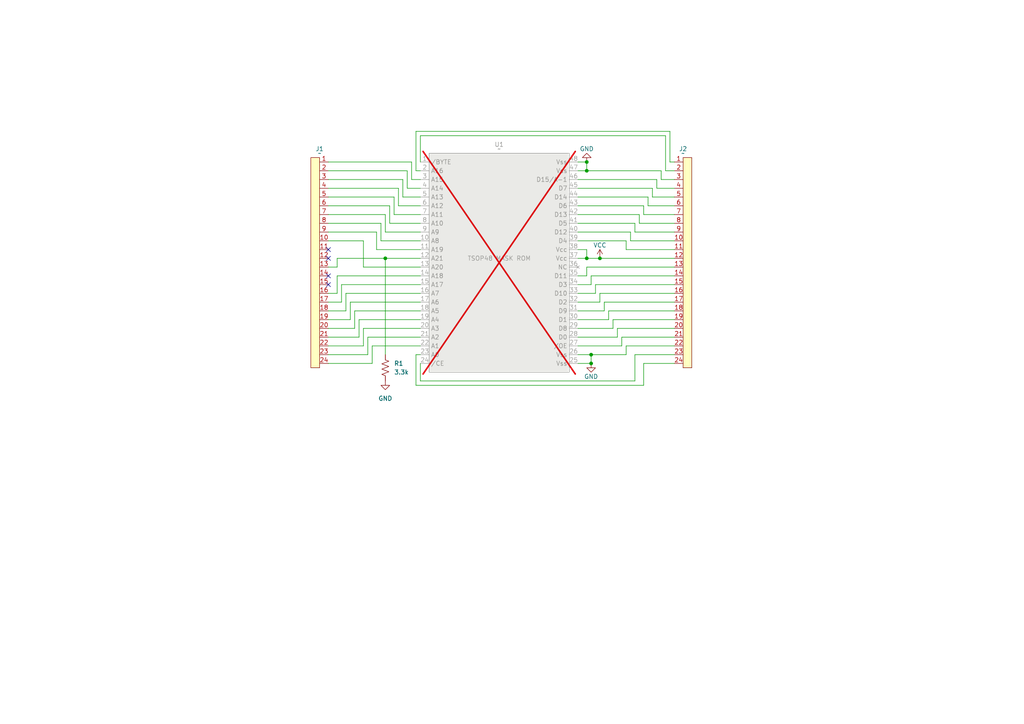
<source format=kicad_sch>
(kicad_sch (version 20230121) (generator eeschema)
  (paper "A4")
  (lib_symbols
    (symbol "Device:R_US" (pin_numbers hide) (pin_names (offset 0))
      (property "Reference" "R" (at 2.54 0 90))
      (property "Value" "R_US" (at -2.54 0 90))
      (symbol "R_US_0_1"
        (polyline (pts (xy 0 -2.286) (xy 0 -2.54)))
        (polyline (pts (xy 0 2.286) (xy 0 2.54)))
        (polyline (pts (xy 0 -0.762) (xy 1.016 -1.143) (xy 0 -1.524) (xy -1.016 -1.905) (xy 0 -2.286)))
        (polyline (pts (xy 0 0.762) (xy 1.016 0.381) (xy 0 0) (xy -1.016 -0.381) (xy 0 -0.762)))
        (polyline (pts (xy 0 2.286) (xy 1.016 1.905) (xy 0 1.524) (xy -1.016 1.143) (xy 0 0.762)))
      )
      (symbol "R_US_1_1"
        (pin passive line (at 0 3.81 270) (length 1.27) (name "~") (number "1"))
        (pin passive line (at 0 -3.81 90) (length 1.27) (name "~") (number "2"))
      )
    )
    (symbol "connector_1"
      (property "Reference" "J" (at 0 0 0))
      (symbol "connector_1_1_1"
        (rectangle (start 0 -1.27) (end 2.54 -62.23) (fill (type background)))
        (pin unspecified line (at -2.54 -2.54 0) (length 2.54) (name "") (number "1"))
        (pin unspecified line (at -2.54 -25.4 0) (length 2.54) (name "") (number "10"))
        (pin unspecified line (at -2.54 -27.94 0) (length 2.54) (name "") (number "11"))
        (pin unspecified line (at -2.54 -30.48 0) (length 2.54) (name "") (number "12"))
        (pin unspecified line (at -2.54 -33.02 0) (length 2.54) (name "") (number "13"))
        (pin unspecified line (at -2.54 -35.56 0) (length 2.54) (name "") (number "14"))
        (pin unspecified line (at -2.54 -38.1 0) (length 2.54) (name "") (number "15"))
        (pin unspecified line (at -2.54 -40.64 0) (length 2.54) (name "") (number "16"))
        (pin unspecified line (at -2.54 -43.18 0) (length 2.54) (name "") (number "17"))
        (pin unspecified line (at -2.54 -45.72 0) (length 2.54) (name "") (number "18"))
        (pin unspecified line (at -2.54 -48.26 0) (length 2.54) (name "") (number "19"))
        (pin unspecified line (at -2.54 -5.08 0) (length 2.54) (name "") (number "2"))
        (pin unspecified line (at -2.54 -50.8 0) (length 2.54) (name "") (number "20"))
        (pin unspecified line (at -2.54 -53.34 0) (length 2.54) (name "") (number "21"))
        (pin unspecified line (at -2.54 -55.88 0) (length 2.54) (name "") (number "22"))
        (pin unspecified line (at -2.54 -58.42 0) (length 2.54) (name "") (number "23"))
        (pin unspecified line (at -2.54 -60.96 0) (length 2.54) (name "") (number "24"))
        (pin unspecified line (at -2.54 -7.62 0) (length 2.54) (name "") (number "3"))
        (pin unspecified line (at -2.54 -10.16 0) (length 2.54) (name "") (number "4"))
        (pin unspecified line (at -2.54 -12.7 0) (length 2.54) (name "") (number "5"))
        (pin unspecified line (at -2.54 -15.24 0) (length 2.54) (name "") (number "6"))
        (pin unspecified line (at -2.54 -17.78 0) (length 2.54) (name "") (number "7"))
        (pin unspecified line (at -2.54 -20.32 0) (length 2.54) (name "") (number "8"))
        (pin unspecified line (at -2.54 -22.86 0) (length 2.54) (name "") (number "9"))
      )
    )
    (symbol "power:GND" (power) (pin_names (offset 0))
      (property "Value" "GND" (at 0 -3.81 0))
      (symbol "GND_0_1"
        (polyline (pts (xy 0 0) (xy 0 -1.27) (xy 1.27 -1.27) (xy 0 -2.54) (xy -1.27 -1.27) (xy 0 -1.27)))
      )
      (symbol "GND_1_1"
        (pin power_in line (at 0 0 270) (length 0) hide (name "GND") (number "1"))
      )
    )
    (symbol "power:VCC" (power) (pin_names (offset 0))
      (property "Value" "VCC" (at 0 3.81 0))
      (symbol "VCC_0_1"
        (polyline (pts (xy -0.762 1.27) (xy 0 2.54)))
        (polyline (pts (xy 0 0) (xy 0 2.54)))
        (polyline (pts (xy 0 2.54) (xy 0.762 1.27)))
      )
      (symbol "VCC_1_1"
        (pin power_in line (at 0 0 90) (length 0) hide (name "VCC") (number "1"))
      )
    )
    (symbol "tl866-tsop-mrom:connector"
      (property "Reference" "J" (at 0 0 0))
      (symbol "connector_1_1"
        (rectangle (start 0 -1.27) (end 2.54 -62.23) (fill (type background)))
        (pin unspecified line (at -2.54 -2.54 0) (length 2.54) (name "") (number "1"))
        (pin unspecified line (at -2.54 -25.4 0) (length 2.54) (name "") (number "10"))
        (pin unspecified line (at -2.54 -27.94 0) (length 2.54) (name "") (number "11"))
        (pin unspecified line (at -2.54 -30.48 0) (length 2.54) (name "") (number "12"))
        (pin unspecified line (at -2.54 -33.02 0) (length 2.54) (name "") (number "13"))
        (pin unspecified line (at -2.54 -35.56 0) (length 2.54) (name "") (number "14"))
        (pin unspecified line (at -2.54 -38.1 0) (length 2.54) (name "") (number "15"))
        (pin unspecified line (at -2.54 -40.64 0) (length 2.54) (name "") (number "16"))
        (pin unspecified line (at -2.54 -43.18 0) (length 2.54) (name "") (number "17"))
        (pin unspecified line (at -2.54 -45.72 0) (length 2.54) (name "") (number "18"))
        (pin unspecified line (at -2.54 -48.26 0) (length 2.54) (name "") (number "19"))
        (pin unspecified line (at -2.54 -5.08 0) (length 2.54) (name "") (number "2"))
        (pin unspecified line (at -2.54 -50.8 0) (length 2.54) (name "") (number "20"))
        (pin unspecified line (at -2.54 -53.34 0) (length 2.54) (name "") (number "21"))
        (pin unspecified line (at -2.54 -55.88 0) (length 2.54) (name "") (number "22"))
        (pin unspecified line (at -2.54 -58.42 0) (length 2.54) (name "") (number "23"))
        (pin unspecified line (at -2.54 -60.96 0) (length 2.54) (name "") (number "24"))
        (pin unspecified line (at -2.54 -7.62 0) (length 2.54) (name "") (number "3"))
        (pin unspecified line (at -2.54 -10.16 0) (length 2.54) (name "") (number "4"))
        (pin unspecified line (at -2.54 -12.7 0) (length 2.54) (name "") (number "5"))
        (pin unspecified line (at -2.54 -15.24 0) (length 2.54) (name "") (number "6"))
        (pin unspecified line (at -2.54 -17.78 0) (length 2.54) (name "") (number "7"))
        (pin unspecified line (at -2.54 -20.32 0) (length 2.54) (name "") (number "8"))
        (pin unspecified line (at -2.54 -22.86 0) (length 2.54) (name "") (number "9"))
      )
    )
    (symbol "tl866-tsop-mrom:tsop48_maskrom"
      (property "Reference" "U" (at 0 0 0))
      (symbol "tsop48_maskrom_1_1"
        (rectangle (start -20.32 -1.27) (end 20.32 -64.77) (fill (type background)))
        (text "TSOP48 MASK ROM" (at 0 -31.75 0) (effects (font (size 1.27 1.27))))
        (pin input line (at -22.86 -3.81 0) (length 2.54) (name "/BYTE") (number "1"))
        (pin input line (at -22.86 -26.67 0) (length 2.54) (name "A8") (number "10"))
        (pin input line (at -22.86 -29.21 0) (length 2.54) (name "A19") (number "11"))
        (pin input line (at -22.86 -31.75 0) (length 2.54) (name "A21") (number "12"))
        (pin input line (at -22.86 -34.29 0) (length 2.54) (name "A20") (number "13"))
        (pin input line (at -22.86 -36.83 0) (length 2.54) (name "A18") (number "14"))
        (pin input line (at -22.86 -39.37 0) (length 2.54) (name "A17") (number "15"))
        (pin input line (at -22.86 -41.91 0) (length 2.54) (name "A7") (number "16"))
        (pin input line (at -22.86 -44.45 0) (length 2.54) (name "A6") (number "17"))
        (pin input line (at -22.86 -46.99 0) (length 2.54) (name "A5") (number "18"))
        (pin input line (at -22.86 -49.53 0) (length 2.54) (name "A4") (number "19"))
        (pin input line (at -22.86 -6.35 0) (length 2.54) (name "A16") (number "2"))
        (pin input line (at -22.86 -52.07 0) (length 2.54) (name "A3") (number "20"))
        (pin input line (at -22.86 -54.61 0) (length 2.54) (name "A2") (number "21"))
        (pin input line (at -22.86 -57.15 0) (length 2.54) (name "A1") (number "22"))
        (pin input line (at -22.86 -59.69 0) (length 2.54) (name "A0") (number "23"))
        (pin input line (at -22.86 -62.23 0) (length 2.54) (name "/CE") (number "24"))
        (pin power_in line (at 22.86 -62.23 180) (length 2.54) (name "Vss") (number "25"))
        (pin power_in line (at 22.86 -59.69 180) (length 2.54) (name "Vss") (number "26"))
        (pin input line (at 22.86 -57.15 180) (length 2.54) (name "/OE") (number "27"))
        (pin tri_state line (at 22.86 -54.61 180) (length 2.54) (name "D0") (number "28"))
        (pin tri_state line (at 22.86 -52.07 180) (length 2.54) (name "D8") (number "29"))
        (pin input line (at -22.86 -8.89 0) (length 2.54) (name "A15") (number "3"))
        (pin tri_state line (at 22.86 -49.53 180) (length 2.54) (name "D1") (number "30"))
        (pin tri_state line (at 22.86 -46.99 180) (length 2.54) (name "D9") (number "31"))
        (pin tri_state line (at 22.86 -44.45 180) (length 2.54) (name "D2") (number "32"))
        (pin tri_state line (at 22.86 -41.91 180) (length 2.54) (name "D10") (number "33"))
        (pin tri_state line (at 22.86 -39.37 180) (length 2.54) (name "D3") (number "34"))
        (pin tri_state line (at 22.86 -36.83 180) (length 2.54) (name "D11") (number "35"))
        (pin no_connect line (at 22.86 -34.29 180) (length 2.54) (name "NC") (number "36"))
        (pin power_in line (at 22.86 -31.75 180) (length 2.54) (name "Vcc") (number "37"))
        (pin power_in line (at 22.86 -29.21 180) (length 2.54) (name "Vcc") (number "38"))
        (pin tri_state line (at 22.86 -26.67 180) (length 2.54) (name "D4") (number "39"))
        (pin input line (at -22.86 -11.43 0) (length 2.54) (name "A14") (number "4"))
        (pin tri_state line (at 22.86 -24.13 180) (length 2.54) (name "D12") (number "40"))
        (pin tri_state line (at 22.86 -21.59 180) (length 2.54) (name "D5") (number "41"))
        (pin tri_state line (at 22.86 -19.05 180) (length 2.54) (name "D13") (number "42"))
        (pin tri_state line (at 22.86 -16.51 180) (length 2.54) (name "D6") (number "43"))
        (pin tri_state line (at 22.86 -13.97 180) (length 2.54) (name "D14") (number "44"))
        (pin tri_state line (at 22.86 -11.43 180) (length 2.54) (name "D7") (number "45"))
        (pin tri_state line (at 22.86 -8.89 180) (length 2.54) (name "D15/A-1") (number "46"))
        (pin power_in line (at 22.86 -6.35 180) (length 2.54) (name "Vss") (number "47"))
        (pin power_in line (at 22.86 -3.81 180) (length 2.54) (name "Vss") (number "48"))
        (pin input line (at -22.86 -13.97 0) (length 2.54) (name "A13") (number "5"))
        (pin input line (at -22.86 -16.51 0) (length 2.54) (name "A12") (number "6"))
        (pin input line (at -22.86 -19.05 0) (length 2.54) (name "A11") (number "7"))
        (pin input line (at -22.86 -21.59 0) (length 2.54) (name "A10") (number "8"))
        (pin input line (at -22.86 -24.13 0) (length 2.54) (name "A9") (number "9"))
      )
    )
  )
  (junction (at 171.45 102.87))
  (junction (at 170.18 46.99))
  (junction (at 170.18 74.93))
  (junction (at 111.76 74.93))
  (junction (at 170.18 49.53))
  (junction (at 173.99 74.93))
  (junction (at 171.45 105.41))
  (no_connect (at 95.25 72.39))
  (no_connect (at 95.25 74.93))
  (no_connect (at 95.25 82.55))
  (no_connect (at 95.25 80.01))
  (wire (pts (xy 186.69 59.69) (xy 186.69 62.23)))
  (wire (pts (xy 114.3 62.23) (xy 114.3 57.15)))
  (wire (pts (xy 121.92 62.23) (xy 114.3 62.23)))
  (wire (pts (xy 121.92 77.47) (xy 105.41 77.47)))
  (wire (pts (xy 176.53 92.71) (xy 167.64 92.71)))
  (wire (pts (xy 105.41 69.85) (xy 95.25 69.85)))
  (wire (pts (xy 102.87 90.17) (xy 102.87 95.25)))
  (wire (pts (xy 95.25 102.87) (xy 106.68 102.87)))
  (wire (pts (xy 120.65 38.1) (xy 194.31 38.1)))
  (wire (pts (xy 170.18 77.47) (xy 195.58 77.47)))
  (wire (pts (xy 177.8 92.71) (xy 177.8 95.25)))
  (wire (pts (xy 116.84 57.15) (xy 116.84 52.07)))
  (wire (pts (xy 175.26 87.63) (xy 175.26 90.17)))
  (wire (pts (xy 195.58 82.55) (xy 172.72 82.55)))
  (wire (pts (xy 184.15 67.31) (xy 195.58 67.31)))
  (wire (pts (xy 111.76 67.31) (xy 111.76 62.23)))
  (wire (pts (xy 121.92 59.69) (xy 115.57 59.69)))
  (wire (pts (xy 170.18 49.53) (xy 170.18 46.99)))
  (wire (pts (xy 185.42 64.77) (xy 195.58 64.77)))
  (wire (pts (xy 167.64 72.39) (xy 170.18 72.39)))
  (wire (pts (xy 195.58 97.79) (xy 180.34 97.79)))
  (wire (pts (xy 167.64 67.31) (xy 182.88 67.31)))
  (wire (pts (xy 111.76 62.23) (xy 95.25 62.23)))
  (wire (pts (xy 95.25 92.71) (xy 101.6 92.71)))
  (wire (pts (xy 97.79 80.01) (xy 97.79 85.09)))
  (wire (pts (xy 170.18 74.93) (xy 170.18 72.39)))
  (wire (pts (xy 187.96 57.15) (xy 187.96 59.69)))
  (wire (pts (xy 121.92 100.33) (xy 107.95 100.33)))
  (wire (pts (xy 121.92 85.09) (xy 100.33 85.09)))
  (wire (pts (xy 121.92 69.85) (xy 110.49 69.85)))
  (wire (pts (xy 121.92 49.53) (xy 120.65 49.53)))
  (wire (pts (xy 121.92 97.79) (xy 106.68 97.79)))
  (wire (pts (xy 121.92 105.41) (xy 121.92 110.49)))
  (wire (pts (xy 95.25 87.63) (xy 99.06 87.63)))
  (wire (pts (xy 194.31 46.99) (xy 195.58 46.99)))
  (wire (pts (xy 95.25 54.61) (xy 115.57 54.61)))
  (wire (pts (xy 167.64 62.23) (xy 185.42 62.23)))
  (wire (pts (xy 173.99 74.93) (xy 170.18 74.93)))
  (wire (pts (xy 167.64 52.07) (xy 190.5 52.07)))
  (wire (pts (xy 114.3 57.15) (xy 95.25 57.15)))
  (wire (pts (xy 189.23 57.15) (xy 195.58 57.15)))
  (wire (pts (xy 195.58 100.33) (xy 181.61 100.33)))
  (wire (pts (xy 171.45 82.55) (xy 167.64 82.55)))
  (wire (pts (xy 171.45 102.87) (xy 171.45 105.41)))
  (wire (pts (xy 167.64 64.77) (xy 184.15 64.77)))
  (wire (pts (xy 184.15 102.87) (xy 195.58 102.87)))
  (wire (pts (xy 167.64 69.85) (xy 181.61 69.85)))
  (wire (pts (xy 113.03 59.69) (xy 95.25 59.69)))
  (wire (pts (xy 181.61 102.87) (xy 171.45 102.87)))
  (wire (pts (xy 118.11 49.53) (xy 95.25 49.53)))
  (wire (pts (xy 121.92 64.77) (xy 113.03 64.77)))
  (wire (pts (xy 110.49 69.85) (xy 110.49 64.77)))
  (wire (pts (xy 171.45 102.87) (xy 167.64 102.87)))
  (wire (pts (xy 109.22 67.31) (xy 95.25 67.31)))
  (wire (pts (xy 121.92 54.61) (xy 118.11 54.61)))
  (wire (pts (xy 121.92 67.31) (xy 111.76 67.31)))
  (wire (pts (xy 167.64 57.15) (xy 187.96 57.15)))
  (wire (pts (xy 170.18 80.01) (xy 170.18 77.47)))
  (wire (pts (xy 184.15 110.49) (xy 184.15 102.87)))
  (wire (pts (xy 187.96 59.69) (xy 195.58 59.69)))
  (wire (pts (xy 167.64 80.01) (xy 170.18 80.01)))
  (wire (pts (xy 172.72 85.09) (xy 167.64 85.09)))
  (wire (pts (xy 179.07 97.79) (xy 167.64 97.79)))
  (wire (pts (xy 195.58 87.63) (xy 175.26 87.63)))
  (wire (pts (xy 172.72 82.55) (xy 172.72 85.09)))
  (wire (pts (xy 121.92 90.17) (xy 102.87 90.17)))
  (wire (pts (xy 120.65 102.87) (xy 120.65 111.76)))
  (wire (pts (xy 121.92 74.93) (xy 111.76 74.93)))
  (wire (pts (xy 167.64 54.61) (xy 189.23 54.61)))
  (wire (pts (xy 193.04 39.37) (xy 193.04 49.53)))
  (wire (pts (xy 109.22 72.39) (xy 109.22 67.31)))
  (wire (pts (xy 121.92 57.15) (xy 116.84 57.15)))
  (wire (pts (xy 190.5 54.61) (xy 195.58 54.61)))
  (wire (pts (xy 179.07 95.25) (xy 179.07 97.79)))
  (wire (pts (xy 193.04 49.53) (xy 195.58 49.53)))
  (wire (pts (xy 186.69 105.41) (xy 195.58 105.41)))
  (wire (pts (xy 104.14 92.71) (xy 104.14 97.79)))
  (wire (pts (xy 121.92 102.87) (xy 120.65 102.87)))
  (wire (pts (xy 195.58 85.09) (xy 173.99 85.09)))
  (wire (pts (xy 195.58 74.93) (xy 173.99 74.93)))
  (wire (pts (xy 121.92 72.39) (xy 109.22 72.39)))
  (wire (pts (xy 120.65 111.76) (xy 186.69 111.76)))
  (wire (pts (xy 99.06 82.55) (xy 99.06 87.63)))
  (wire (pts (xy 184.15 64.77) (xy 184.15 67.31)))
  (wire (pts (xy 111.76 74.93) (xy 97.79 74.93)))
  (wire (pts (xy 191.77 52.07) (xy 191.77 49.53)))
  (wire (pts (xy 95.25 85.09) (xy 97.79 85.09)))
  (wire (pts (xy 97.79 74.93) (xy 97.79 77.47)))
  (wire (pts (xy 97.79 77.47) (xy 95.25 77.47)))
  (wire (pts (xy 121.92 82.55) (xy 99.06 82.55)))
  (wire (pts (xy 181.61 72.39) (xy 195.58 72.39)))
  (wire (pts (xy 180.34 97.79) (xy 180.34 100.33)))
  (wire (pts (xy 177.8 95.25) (xy 167.64 95.25)))
  (wire (pts (xy 95.25 90.17) (xy 100.33 90.17)))
  (wire (pts (xy 121.92 46.99) (xy 121.92 39.37)))
  (wire (pts (xy 121.92 110.49) (xy 184.15 110.49)))
  (wire (pts (xy 186.69 62.23) (xy 195.58 62.23)))
  (wire (pts (xy 106.68 97.79) (xy 106.68 102.87)))
  (wire (pts (xy 185.42 62.23) (xy 185.42 64.77)))
  (wire (pts (xy 101.6 87.63) (xy 101.6 92.71)))
  (wire (pts (xy 182.88 69.85) (xy 195.58 69.85)))
  (wire (pts (xy 181.61 100.33) (xy 181.61 102.87)))
  (wire (pts (xy 105.41 77.47) (xy 105.41 69.85)))
  (wire (pts (xy 181.61 69.85) (xy 181.61 72.39)))
  (wire (pts (xy 173.99 87.63) (xy 167.64 87.63)))
  (wire (pts (xy 186.69 111.76) (xy 186.69 105.41)))
  (wire (pts (xy 113.03 64.77) (xy 113.03 59.69)))
  (wire (pts (xy 121.92 52.07) (xy 119.38 52.07)))
  (wire (pts (xy 110.49 64.77) (xy 95.25 64.77)))
  (wire (pts (xy 171.45 105.41) (xy 167.64 105.41)))
  (wire (pts (xy 121.92 92.71) (xy 104.14 92.71)))
  (wire (pts (xy 121.92 87.63) (xy 101.6 87.63)))
  (wire (pts (xy 118.11 54.61) (xy 118.11 49.53)))
  (wire (pts (xy 107.95 100.33) (xy 107.95 105.41)))
  (wire (pts (xy 180.34 100.33) (xy 167.64 100.33)))
  (wire (pts (xy 111.76 74.93) (xy 111.76 102.87)))
  (wire (pts (xy 115.57 59.69) (xy 115.57 54.61)))
  (wire (pts (xy 195.58 80.01) (xy 171.45 80.01)))
  (wire (pts (xy 195.58 95.25) (xy 179.07 95.25)))
  (wire (pts (xy 171.45 80.01) (xy 171.45 82.55)))
  (wire (pts (xy 170.18 74.93) (xy 167.64 74.93)))
  (wire (pts (xy 95.25 97.79) (xy 104.14 97.79)))
  (wire (pts (xy 105.41 95.25) (xy 105.41 100.33)))
  (wire (pts (xy 100.33 85.09) (xy 100.33 90.17)))
  (wire (pts (xy 95.25 105.41) (xy 107.95 105.41)))
  (wire (pts (xy 121.92 39.37) (xy 193.04 39.37)))
  (wire (pts (xy 173.99 85.09) (xy 173.99 87.63)))
  (wire (pts (xy 170.18 49.53) (xy 167.64 49.53)))
  (wire (pts (xy 116.84 52.07) (xy 95.25 52.07)))
  (wire (pts (xy 190.5 52.07) (xy 190.5 54.61)))
  (wire (pts (xy 176.53 90.17) (xy 176.53 92.71)))
  (wire (pts (xy 195.58 52.07) (xy 191.77 52.07)))
  (wire (pts (xy 194.31 38.1) (xy 194.31 46.99)))
  (wire (pts (xy 182.88 67.31) (xy 182.88 69.85)))
  (wire (pts (xy 95.25 95.25) (xy 102.87 95.25)))
  (wire (pts (xy 195.58 90.17) (xy 176.53 90.17)))
  (wire (pts (xy 167.64 59.69) (xy 186.69 59.69)))
  (wire (pts (xy 167.64 90.17) (xy 175.26 90.17)))
  (wire (pts (xy 120.65 49.53) (xy 120.65 38.1)))
  (wire (pts (xy 121.92 95.25) (xy 105.41 95.25)))
  (wire (pts (xy 119.38 46.99) (xy 95.25 46.99)))
  (wire (pts (xy 121.92 80.01) (xy 97.79 80.01)))
  (wire (pts (xy 170.18 46.99) (xy 167.64 46.99)))
  (wire (pts (xy 95.25 100.33) (xy 105.41 100.33)))
  (wire (pts (xy 191.77 49.53) (xy 170.18 49.53)))
  (wire (pts (xy 189.23 54.61) (xy 189.23 57.15)))
  (wire (pts (xy 119.38 52.07) (xy 119.38 46.99)))
  (wire (pts (xy 195.58 92.71) (xy 177.8 92.71)))
  (symbol (lib_id "power:GND") (at 111.76 110.49 0) (unit 1)
    (property "Reference" "#PWR04" (effects hide))
    (property "Value" "GND" (at 111.76 115.57 0))
  )
  (symbol (lib_id "Device:R_US") (at 111.76 106.68 0) (unit 1)
    (property "Reference" "R1" (at 114.3 105.41 0) (effects (justify left)))
    (property "Value" "3.3k" (at 114.3 107.95 0) (effects (justify left)))
    (property "Footprint" "Resistor_SMD:R_1206_3216Metric_Pad1.30x1.75mm_HandSolder" (effects hide))
  )
  (symbol (lib_id "tl866-tsop-mrom:tsop48_maskrom") (at 144.78 43.18 0) (unit 1) (in_bom no) (dnp yes)
    (property "Reference" "U1" (at 144.78 41.91 0))
    (property "Value" "~" (at 144.78 43.18 0))
    (property "Footprint" "tl866-tsop-mrom:TSOP-I-48_16.4x12mm_ext_rev" (effects hide))
  )
  (symbol (lib_id "tl866-tsop-mrom:connector") (at 92.71 44.45 0) (mirror y) (unit 1)
    (property "Reference" "J1" (at 92.71 43.18 0))
    (property "Value" "~" (at 92.71 44.45 0))
    (property "Footprint" "Connector_PinSocket_2.54mm:PinSocket_2x12_P2.54mm_Vertical" (effects hide))
  )
  (symbol (lib_name "connector_1") (lib_id "tl866-tsop-mrom:connector") (at 198.12 44.45 0) (unit 1)
    (property "Reference" "J2" (at 198.12 43.18 0))
    (property "Value" "~" (at 198.12 44.45 0))
    (property "Footprint" "Connector_PinSocket_2.54mm:PinSocket_2x12_P2.54mm_Vertical" (effects hide))
  )
  (symbol (lib_id "power:GND") (at 170.18 46.99 0) (mirror x) (unit 1)
    (property "Reference" "#PWR03" (effects hide))
    (property "Value" "GND" (at 170.18 43.18 0))
  )
  (symbol (lib_id "power:GND") (at 171.45 105.41 0) (unit 1)
    (property "Reference" "#PWR02" (effects hide))
    (property "Value" "GND" (at 171.45 109.22 0))
  )
  (symbol (lib_id "power:VCC") (at 173.99 74.93 0) (unit 1)
    (property "Reference" "#PWR01" (effects hide))
    (property "Value" "VCC" (at 173.99 71.12 0))
  )
)
</source>
